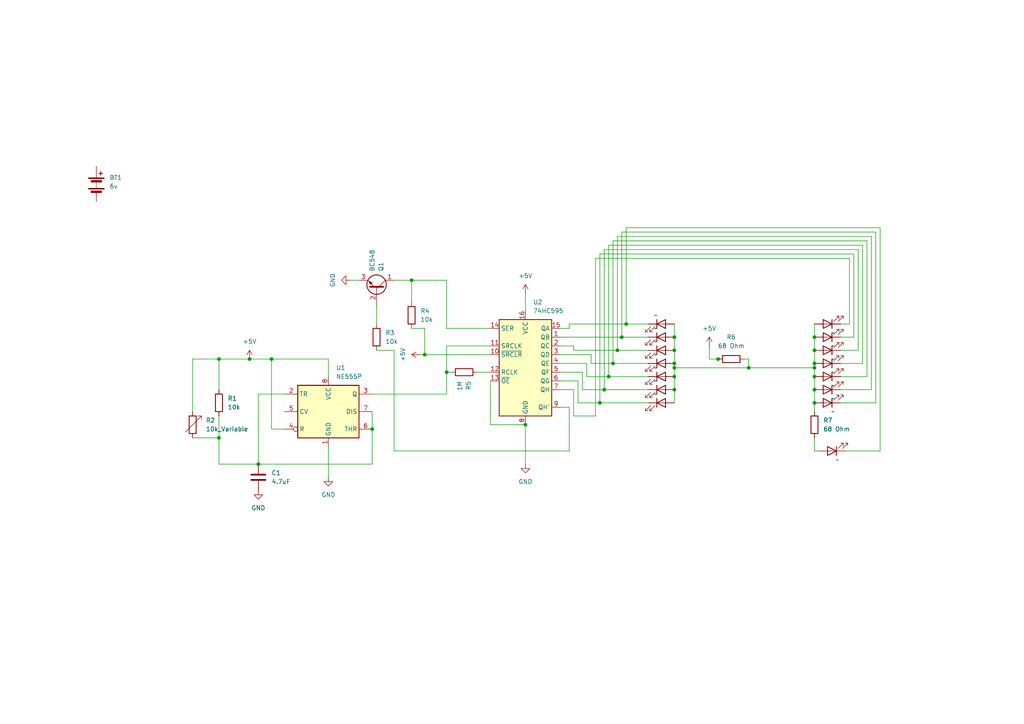
<source format=kicad_sch>
(kicad_sch (version 20231120) (generator "eeschema") (generator_version "8.0")
  (paper "A4")
  (lib_symbols
    (symbol "74xx:74HC595"
      (property "Reference" "U" (at -7.62 13.97 0))
      (property "Value" "74HC595" (at -7.62 -16.51 0))
      (symbol "74HC595_1_0"
        (pin tri_state line (at 10.16 7.62 180) (length 2.54) (name "QB") (number "1"))
        (pin input line (at -10.16 2.54 0) (length 2.54) (name "~{SRCLR}") (number "10"))
        (pin input line (at -10.16 5.08 0) (length 2.54) (name "SRCLK") (number "11"))
        (pin input line (at -10.16 -2.54 0) (length 2.54) (name "RCLK") (number "12"))
        (pin input line (at -10.16 -5.08 0) (length 2.54) (name "~{OE}") (number "13"))
        (pin input line (at -10.16 10.16 0) (length 2.54) (name "SER") (number "14"))
        (pin tri_state line (at 10.16 10.16 180) (length 2.54) (name "QA") (number "15"))
        (pin power_in line (at 0 15.24 270) (length 2.54) (name "VCC") (number "16"))
        (pin tri_state line (at 10.16 5.08 180) (length 2.54) (name "QC") (number "2"))
        (pin tri_state line (at 10.16 2.54 180) (length 2.54) (name "QD") (number "3"))
        (pin tri_state line (at 10.16 0 180) (length 2.54) (name "QE") (number "4"))
        (pin tri_state line (at 10.16 -2.54 180) (length 2.54) (name "QF") (number "5"))
        (pin tri_state line (at 10.16 -5.08 180) (length 2.54) (name "QG") (number "6"))
        (pin tri_state line (at 10.16 -7.62 180) (length 2.54) (name "QH") (number "7"))
        (pin power_in line (at 0 -17.78 90) (length 2.54) (name "GND") (number "8"))
        (pin output line (at 10.16 -12.7 180) (length 2.54) (name "QH'") (number "9"))
      )
      (symbol "74HC595_1_1"
        (rectangle (start -7.62 12.7) (end 7.62 -15.24) (stroke (width 0.254)) (fill (type background)))
      )
    )
    (symbol "Device:Battery" (pin_numbers hide) (pin_names (offset 0) hide)
      (property "Reference" "BT" (at 2.54 2.54 0))
      (property "Value" "Battery" (at 2.54 0 0))
      (symbol "Battery_0_1"
        (rectangle (start -2.286 -1.27) (end 2.286 -1.524) (fill (type outline)))
        (rectangle (start -2.286 1.778) (end 2.286 1.524) (fill (type outline)))
        (rectangle (start -1.524 -2.032) (end 1.524 -2.54) (fill (type outline)))
        (rectangle (start -1.524 1.016) (end 1.524 0.508) (fill (type outline)))
        (polyline (pts (xy 0 -1.016) (xy 0 -0.762)))
        (polyline (pts (xy 0 -0.508) (xy 0 -0.254)))
        (polyline (pts (xy 0 0) (xy 0 0.254)))
        (polyline (pts (xy 0 1.778) (xy 0 2.54)))
        (polyline (pts (xy 0.762 3.048) (xy 1.778 3.048)) (stroke (width 0.254)))
        (polyline (pts (xy 1.27 3.556) (xy 1.27 2.54)) (stroke (width 0.254)))
      )
      (symbol "Battery_1_1"
        (pin passive line (at 0 5.08 270) (length 2.54) (name "+") (number "1"))
        (pin passive line (at 0 -5.08 90) (length 2.54) (name "-") (number "2"))
      )
    )
    (symbol "Device:C" (pin_numbers hide) (pin_names (offset 0.254))
      (property "Reference" "C" (at 0.635 2.54 0))
      (property "Value" "C" (at 0.635 -2.54 0))
      (symbol "C_0_1"
        (polyline (pts (xy -2.032 -0.762) (xy 2.032 -0.762)) (stroke (width 0.508)))
        (polyline (pts (xy -2.032 0.762) (xy 2.032 0.762)) (stroke (width 0.508)))
      )
      (symbol "C_1_1"
        (pin passive line (at 0 3.81 270) (length 2.794) (name "~") (number "1"))
        (pin passive line (at 0 -3.81 90) (length 2.794) (name "~") (number "2"))
      )
    )
    (symbol "Device:LED" (pin_numbers hide) (pin_names (offset 1.016) hide)
      (property "Reference" "D" (at 0 2.54 0))
      (property "Value" "LED" (at 0 -2.54 0))
      (symbol "LED_0_1"
        (polyline (pts (xy -1.27 -1.27) (xy -1.27 1.27)) (stroke (width 0.254)))
        (polyline (pts (xy -1.27 0) (xy 1.27 0)))
        (polyline (pts (xy 1.27 -1.27) (xy 1.27 1.27) (xy -1.27 0) (xy 1.27 -1.27)) (stroke (width 0.254)))
        (polyline (pts (xy -3.048 -0.762) (xy -4.572 -2.286) (xy -3.81 -2.286) (xy -4.572 -2.286) (xy -4.572 -1.524)))
        (polyline (pts (xy -1.778 -0.762) (xy -3.302 -2.286) (xy -2.54 -2.286) (xy -3.302 -2.286) (xy -3.302 -1.524)))
      )
      (symbol "LED_1_1"
        (pin passive line (at -3.81 0 0) (length 2.54) (name "K") (number "1"))
        (pin passive line (at 3.81 0 180) (length 2.54) (name "A") (number "2"))
      )
    )
    (symbol "Device:R" (pin_numbers hide) (pin_names (offset 0))
      (property "Reference" "R" (at 2.032 0 90))
      (property "Value" "R" (at 0 0 90))
      (symbol "R_0_1"
        (rectangle (start -1.016 -2.54) (end 1.016 2.54) (stroke (width 0.254)))
      )
      (symbol "R_1_1"
        (pin passive line (at 0 3.81 270) (length 1.27) (name "~") (number "1"))
        (pin passive line (at 0 -3.81 90) (length 1.27) (name "~") (number "2"))
      )
    )
    (symbol "Device:R_Variable" (pin_numbers hide) (pin_names (offset 0))
      (property "Reference" "R" (at 2.54 -2.54 90))
      (property "Value" "R_Variable" (at -2.54 -1.27 90))
      (symbol "R_Variable_0_1"
        (rectangle (start -1.016 -2.54) (end 1.016 2.54) (stroke (width 0.254)))
        (polyline (pts (xy 2.54 1.524) (xy 2.54 2.54) (xy 1.524 2.54) (xy 2.54 2.54) (xy -2.032 -2.032)))
      )
      (symbol "R_Variable_1_1"
        (pin passive line (at 0 3.81 270) (length 1.27) (name "~") (number "1"))
        (pin passive line (at 0 -3.81 90) (length 1.27) (name "~") (number "2"))
      )
    )
    (symbol "Timer:NE555P"
      (property "Reference" "U" (at -10.16 8.89 0))
      (property "Value" "NE555P" (at 2.54 8.89 0))
      (symbol "NE555P_0_0"
        (pin power_in line (at 0 -10.16 90) (length 2.54) (name "GND") (number "1"))
        (pin power_in line (at 0 10.16 270) (length 2.54) (name "VCC") (number "8"))
      )
      (symbol "NE555P_0_1"
        (rectangle (start -8.89 -7.62) (end 8.89 7.62) (stroke (width 0.254)) (fill (type background)))
        (rectangle (start -8.89 -7.62) (end 8.89 7.62) (stroke (width 0.254)) (fill (type background)))
      )
      (symbol "NE555P_1_1"
        (pin input line (at -12.7 5.08 0) (length 3.81) (name "TR") (number "2"))
        (pin output line (at 12.7 5.08 180) (length 3.81) (name "Q") (number "3"))
        (pin input inverted (at -12.7 -5.08 0) (length 3.81) (name "R") (number "4"))
        (pin input line (at -12.7 0 0) (length 3.81) (name "CV") (number "5"))
        (pin input line (at 12.7 -5.08 180) (length 3.81) (name "THR") (number "6"))
        (pin input line (at 12.7 0 180) (length 3.81) (name "DIS") (number "7"))
      )
    )
    (symbol "Transistor_BJT:BC548" (pin_names (offset 0) hide)
      (property "Reference" "Q" (at 5.08 1.905 0))
      (property "Value" "BC548" (at 5.08 0 0))
      (symbol "BC548_0_1"
        (polyline (pts (xy 0 0) (xy 0.635 0)))
        (polyline (pts (xy 0.635 0.635) (xy 2.54 2.54)))
        (polyline (pts (xy 0.635 -0.635) (xy 2.54 -2.54) (xy 2.54 -2.54)))
        (polyline (pts (xy 0.635 1.905) (xy 0.635 -1.905) (xy 0.635 -1.905)) (stroke (width 0.508)))
        (polyline (pts (xy 1.27 -1.778) (xy 1.778 -1.27) (xy 2.286 -2.286) (xy 1.27 -1.778) (xy 1.27 -1.778)) (fill (type outline)))
        (circle (center 1.27 0) (radius 2.8194) (stroke (width 0.254)))
      )
      (symbol "BC548_1_1"
        (pin passive line (at 2.54 5.08 270) (length 2.54) (name "C") (number "1"))
        (pin input line (at -5.08 0 0) (length 5.08) (name "B") (number "2"))
        (pin passive line (at 2.54 -5.08 90) (length 2.54) (name "E") (number "3"))
      )
    )
    (symbol "power:+5V" (power) (pin_numbers hide) (pin_names (offset 0) hide)
      (property "Value" "+5V" (at 0 3.556 0))
      (symbol "+5V_0_1"
        (polyline (pts (xy -0.762 1.27) (xy 0 2.54)))
        (polyline (pts (xy 0 0) (xy 0 2.54)))
        (polyline (pts (xy 0 2.54) (xy 0.762 1.27)))
      )
      (symbol "+5V_1_1"
        (pin power_in line (at 0 0 90) (length 0) (name "~") (number "1"))
      )
    )
    (symbol "power:GND" (power) (pin_numbers hide) (pin_names (offset 0) hide)
      (property "Value" "GND" (at 0 -3.81 0))
      (symbol "GND_0_1"
        (polyline (pts (xy 0 0) (xy 0 -1.27) (xy 1.27 -1.27) (xy 0 -2.54) (xy -1.27 -1.27) (xy 0 -1.27)))
      )
      (symbol "GND_1_1"
        (pin power_in line (at 0 0 270) (length 0) (name "~") (number "1"))
      )
    )
  )
  (junction (at 63.5 104.14))
  (junction (at 123.19 102.87))
  (junction (at 176.53 109.22))
  (junction (at 236.22 105.41))
  (junction (at 175.26 113.03))
  (junction (at 181.61 93.98))
  (junction (at 208.28 104.14))
  (junction (at 63.5 127))
  (junction (at 74.93 134.62))
  (junction (at 72.39 104.14))
  (junction (at 152.4 123.19))
  (junction (at 177.8 105.41))
  (junction (at 236.22 106.68))
  (junction (at 195.58 97.79))
  (junction (at 236.22 116.84))
  (junction (at 119.38 81.28))
  (junction (at 217.17 106.68))
  (junction (at 195.58 101.6))
  (junction (at 236.22 97.79))
  (junction (at 236.22 109.22))
  (junction (at 195.58 113.03))
  (junction (at 236.22 113.03))
  (junction (at 195.58 105.41))
  (junction (at 180.34 97.79))
  (junction (at 173.99 116.84))
  (junction (at 195.58 109.22))
  (junction (at 195.58 106.68))
  (junction (at 236.22 101.6))
  (junction (at 78.74 104.14))
  (junction (at 179.07 101.6))
  (junction (at 107.95 124.46))
  (junction (at 129.54 107.95))
  (wire (pts (xy 152.4 123.19) (xy 152.4 134.62)))
  (wire (pts (xy 177.8 69.85) (xy 251.46 69.85)))
  (wire (pts (xy 243.84 101.6) (xy 248.92 101.6)))
  (wire (pts (xy 248.92 101.6) (xy 248.92 72.39)))
  (wire (pts (xy 181.61 66.04) (xy 181.61 93.98)))
  (wire (pts (xy 142.24 110.49) (xy 142.24 123.19)))
  (wire (pts (xy 217.17 106.68) (xy 236.22 106.68)))
  (wire (pts (xy 195.58 93.98) (xy 195.58 97.79)))
  (wire (pts (xy 138.43 107.95) (xy 142.24 107.95)))
  (wire (pts (xy 195.58 106.68) (xy 195.58 109.22)))
  (wire (pts (xy 236.22 127) (xy 236.22 130.81)))
  (wire (pts (xy 114.3 130.81) (xy 165.1 130.81)))
  (wire (pts (xy 180.34 67.31) (xy 180.34 97.79)))
  (wire (pts (xy 95.25 138.43) (xy 95.25 129.54)))
  (wire (pts (xy 168.91 107.95) (xy 168.91 113.03)))
  (wire (pts (xy 129.54 114.3) (xy 129.54 107.95)))
  (wire (pts (xy 162.56 107.95) (xy 168.91 107.95)))
  (wire (pts (xy 109.22 101.6) (xy 114.3 101.6)))
  (wire (pts (xy 142.24 123.19) (xy 152.4 123.19)))
  (wire (pts (xy 243.84 105.41) (xy 250.19 105.41)))
  (wire (pts (xy 205.74 100.33) (xy 205.74 104.14)))
  (wire (pts (xy 55.88 104.14) (xy 63.5 104.14)))
  (wire (pts (xy 179.07 101.6) (xy 187.96 101.6)))
  (wire (pts (xy 236.22 113.03) (xy 236.22 116.84)))
  (wire (pts (xy 78.74 104.14) (xy 95.25 104.14)))
  (wire (pts (xy 119.38 81.28) (xy 129.54 81.28)))
  (wire (pts (xy 162.56 113.03) (xy 166.37 113.03)))
  (wire (pts (xy 95.25 104.14) (xy 95.25 109.22)))
  (wire (pts (xy 63.5 134.62) (xy 74.93 134.62)))
  (wire (pts (xy 142.24 102.87) (xy 123.19 102.87)))
  (wire (pts (xy 167.64 116.84) (xy 173.99 116.84)))
  (wire (pts (xy 247.65 97.79) (xy 247.65 73.66)))
  (wire (pts (xy 251.46 109.22) (xy 251.46 69.85)))
  (wire (pts (xy 162.56 110.49) (xy 167.64 110.49)))
  (wire (pts (xy 121.92 102.87) (xy 123.19 102.87)))
  (wire (pts (xy 168.91 113.03) (xy 175.26 113.03)))
  (wire (pts (xy 243.84 109.22) (xy 251.46 109.22)))
  (wire (pts (xy 114.3 81.28) (xy 119.38 81.28)))
  (wire (pts (xy 236.22 109.22) (xy 236.22 113.03)))
  (wire (pts (xy 129.54 100.33) (xy 142.24 100.33)))
  (wire (pts (xy 236.22 130.81) (xy 237.49 130.81)))
  (wire (pts (xy 176.53 71.12) (xy 176.53 109.22)))
  (wire (pts (xy 172.72 74.93) (xy 172.72 120.65)))
  (wire (pts (xy 152.4 85.09) (xy 152.4 90.17)))
  (wire (pts (xy 129.54 107.95) (xy 129.54 100.33)))
  (wire (pts (xy 180.34 67.31) (xy 254 67.31)))
  (wire (pts (xy 63.5 134.62) (xy 63.5 127)))
  (wire (pts (xy 63.5 113.03) (xy 63.5 104.14)))
  (wire (pts (xy 176.53 109.22) (xy 187.96 109.22)))
  (wire (pts (xy 236.22 106.68) (xy 236.22 109.22)))
  (wire (pts (xy 195.58 113.03) (xy 195.58 116.84)))
  (wire (pts (xy 243.84 93.98) (xy 246.38 93.98)))
  (wire (pts (xy 175.26 113.03) (xy 187.96 113.03)))
  (wire (pts (xy 180.34 97.79) (xy 187.96 97.79)))
  (wire (pts (xy 72.39 104.14) (xy 78.74 104.14)))
  (wire (pts (xy 179.07 68.58) (xy 179.07 101.6)))
  (wire (pts (xy 63.5 120.65) (xy 63.5 127)))
  (wire (pts (xy 173.99 116.84) (xy 187.96 116.84)))
  (wire (pts (xy 195.58 109.22) (xy 195.58 113.03)))
  (wire (pts (xy 252.73 113.03) (xy 252.73 68.58)))
  (wire (pts (xy 166.37 100.33) (xy 166.37 101.6)))
  (wire (pts (xy 170.18 109.22) (xy 176.53 109.22)))
  (wire (pts (xy 165.1 130.81) (xy 165.1 118.11)))
  (wire (pts (xy 162.56 102.87) (xy 171.45 102.87)))
  (wire (pts (xy 119.38 87.63) (xy 119.38 81.28)))
  (wire (pts (xy 63.5 127) (xy 55.88 127)))
  (wire (pts (xy 107.95 114.3) (xy 129.54 114.3)))
  (wire (pts (xy 173.99 73.66) (xy 173.99 116.84)))
  (wire (pts (xy 243.84 113.03) (xy 252.73 113.03)))
  (wire (pts (xy 165.1 118.11) (xy 162.56 118.11)))
  (wire (pts (xy 129.54 107.95) (xy 130.81 107.95)))
  (wire (pts (xy 250.19 105.41) (xy 250.19 71.12)))
  (wire (pts (xy 107.95 134.62) (xy 107.95 124.46)))
  (wire (pts (xy 243.84 97.79) (xy 247.65 97.79)))
  (wire (pts (xy 170.18 105.41) (xy 170.18 109.22)))
  (wire (pts (xy 162.56 95.25) (xy 165.1 95.25)))
  (wire (pts (xy 162.56 105.41) (xy 170.18 105.41)))
  (wire (pts (xy 195.58 106.68) (xy 217.17 106.68)))
  (wire (pts (xy 74.93 134.62) (xy 74.93 114.3)))
  (wire (pts (xy 236.22 97.79) (xy 236.22 101.6)))
  (wire (pts (xy 181.61 66.04) (xy 255.27 66.04)))
  (wire (pts (xy 162.56 97.79) (xy 180.34 97.79)))
  (wire (pts (xy 179.07 68.58) (xy 252.73 68.58)))
  (wire (pts (xy 243.84 116.84) (xy 254 116.84)))
  (wire (pts (xy 107.95 119.38) (xy 107.95 124.46)))
  (wire (pts (xy 109.22 88.9) (xy 109.22 93.98)))
  (wire (pts (xy 63.5 104.14) (xy 72.39 104.14)))
  (wire (pts (xy 246.38 93.98) (xy 246.38 74.93)))
  (wire (pts (xy 177.8 69.85) (xy 177.8 105.41)))
  (wire (pts (xy 129.54 81.28) (xy 129.54 95.25)))
  (wire (pts (xy 195.58 105.41) (xy 195.58 106.68)))
  (wire (pts (xy 195.58 101.6) (xy 195.58 105.41)))
  (wire (pts (xy 74.93 134.62) (xy 107.95 134.62)))
  (wire (pts (xy 215.9 104.14) (xy 217.17 104.14)))
  (wire (pts (xy 172.72 74.93) (xy 246.38 74.93)))
  (wire (pts (xy 173.99 73.66) (xy 247.65 73.66)))
  (wire (pts (xy 123.19 95.25) (xy 123.19 102.87)))
  (wire (pts (xy 167.64 110.49) (xy 167.64 116.84)))
  (wire (pts (xy 217.17 104.14) (xy 217.17 106.68)))
  (wire (pts (xy 78.74 124.46) (xy 82.55 124.46)))
  (wire (pts (xy 162.56 100.33) (xy 166.37 100.33)))
  (wire (pts (xy 129.54 95.25) (xy 142.24 95.25)))
  (wire (pts (xy 74.93 114.3) (xy 82.55 114.3)))
  (wire (pts (xy 176.53 71.12) (xy 250.19 71.12)))
  (wire (pts (xy 177.8 105.41) (xy 187.96 105.41)))
  (wire (pts (xy 208.28 104.14) (xy 209.55 104.14)))
  (wire (pts (xy 165.1 93.98) (xy 181.61 93.98)))
  (wire (pts (xy 236.22 116.84) (xy 236.22 119.38)))
  (wire (pts (xy 181.61 93.98) (xy 187.96 93.98)))
  (wire (pts (xy 166.37 120.65) (xy 172.72 120.65)))
  (wire (pts (xy 55.88 119.38) (xy 55.88 104.14)))
  (wire (pts (xy 236.22 101.6) (xy 236.22 105.41)))
  (wire (pts (xy 171.45 102.87) (xy 171.45 105.41)))
  (wire (pts (xy 101.6 81.28) (xy 104.14 81.28)))
  (wire (pts (xy 171.45 105.41) (xy 177.8 105.41)))
  (wire (pts (xy 195.58 97.79) (xy 195.58 101.6)))
  (wire (pts (xy 175.26 72.39) (xy 175.26 113.03)))
  (wire (pts (xy 114.3 101.6) (xy 114.3 130.81)))
  (wire (pts (xy 175.26 72.39) (xy 248.92 72.39)))
  (wire (pts (xy 254 116.84) (xy 254 67.31)))
  (wire (pts (xy 205.74 104.14) (xy 208.28 104.14)))
  (wire (pts (xy 166.37 113.03) (xy 166.37 120.65)))
  (wire (pts (xy 166.37 101.6) (xy 179.07 101.6)))
  (wire (pts (xy 165.1 95.25) (xy 165.1 93.98)))
  (wire (pts (xy 236.22 93.98) (xy 236.22 97.79)))
  (wire (pts (xy 123.19 95.25) (xy 119.38 95.25)))
  (wire (pts (xy 236.22 105.41) (xy 236.22 106.68)))
  (wire (pts (xy 255.27 130.81) (xy 255.27 66.04)))
  (wire (pts (xy 245.11 130.81) (xy 255.27 130.81)))
  (wire (pts (xy 78.74 104.14) (xy 78.74 124.46)))
  (symbol (lib_id "Device:R") (at 109.22 97.79 0) (unit 1)
    (property "Reference" "R3" (at 111.76 96.5199 0) (effects (justify left)))
    (property "Value" "10k" (at 111.76 99.0599 0) (effects (justify left)))
    (property "Description" "Resistor" (effects (hide yes)))
  )
  (symbol (lib_id "Device:LED") (at 240.03 93.98 180) (unit 1)
    (property "Reference" "D25" (effects (hide yes)))
    (property "Value" "~" (at 241.6175 96.52 0))
    (property "Description" "Light emitting diode" (effects (hide yes)))
  )
  (symbol (lib_id "Transistor_BJT:BC548") (at 109.22 83.82 270) (mirror x) (unit 1)
    (property "Reference" "Q1" (at 110.4901 78.74 0) (effects (justify left)))
    (property "Value" "BC548" (at 107.9501 78.74 0) (effects (justify left)))
    (property "Footprint" "Package_TO_SOT_THT:TO-92_Inline" (effects (hide yes)))
    (property "Datasheet" "https://www.onsemi.com/pub/Collateral/BC550-D.pdf" (effects (hide yes)))
    (property "Description" "0.1A Ic, 30V Vce, Small Signal NPN Transistor, TO-92" (effects (hide yes)))
  )
  (symbol (lib_id "Device:R") (at 212.09 104.14 270) (unit 1)
    (property "Reference" "R6" (at 212.09 97.79 90))
    (property "Value" "68 Ohm" (at 212.09 100.33 90))
    (property "Description" "Resistor" (effects (hide yes)))
  )
  (symbol (lib_id "Device:Battery") (at 27.94 53.34 0) (unit 1)
    (property "Reference" "BT1" (at 31.75 51.4984 0) (effects (justify left)))
    (property "Value" "6v" (at 31.75 54.0384 0) (effects (justify left)))
    (property "Description" "Multiple-cell battery" (effects (hide yes)))
  )
  (symbol (lib_id "Device:R") (at 236.22 123.19 0) (unit 1)
    (property "Reference" "R7" (at 238.76 121.9199 0) (effects (justify left)))
    (property "Value" "68 Ohm" (at 238.76 124.4599 0) (effects (justify left)))
    (property "Description" "Resistor" (effects (hide yes)))
  )
  (symbol (lib_id "Device:R") (at 63.5 116.84 0) (unit 1)
    (property "Reference" "R1" (at 66.04 115.5699 0) (effects (justify left)))
    (property "Value" "10k" (at 66.04 118.1099 0) (effects (justify left)))
    (property "Description" "Resistor" (effects (hide yes)))
  )
  (symbol (lib_id "Device:LED") (at 240.03 113.03 180) (unit 1)
    (property "Reference" "D30" (effects (hide yes)))
    (property "Value" "~" (at 241.6175 115.57 0))
    (property "Description" "Light emitting diode" (effects (hide yes)))
  )
  (symbol (lib_id "power:+5V") (at 121.92 102.87 90) (unit 1)
    (property "Reference" "#PWR03" (effects (hide yes)))
    (property "Value" "+5V" (at 116.84 102.87 0))
    (property "Description" "Power symbol creates a global label with name \"+5V\"" (effects (hide yes)))
  )
  (symbol (lib_id "Device:LED") (at 191.77 105.41 0) (unit 1)
    (property "Reference" "D4" (effects (hide yes)))
    (property "Value" "~" (at 190.1825 102.87 0))
    (property "Description" "Light emitting diode" (effects (hide yes)))
  )
  (symbol (lib_id "power:GND") (at 95.25 138.43 0) (unit 1)
    (property "Reference" "#PWR06" (effects (hide yes)))
    (property "Value" "GND" (at 95.25 143.51 0))
    (property "Description" "Power symbol creates a global label with name \"GND\" , ground" (effects (hide yes)))
  )
  (symbol (lib_id "Device:C") (at 74.93 138.43 0) (unit 1)
    (property "Reference" "C1" (at 78.74 137.1599 0) (effects (justify left)))
    (property "Value" "4.7uF" (at 78.74 139.6999 0) (effects (justify left)))
    (property "Description" "Unpolarized capacitor" (effects (hide yes)))
  )
  (symbol (lib_id "power:GND") (at 74.93 142.24 0) (unit 1)
    (property "Reference" "#PWR05" (effects (hide yes)))
    (property "Value" "GND" (at 74.93 147.32 0))
    (property "Description" "Power symbol creates a global label with name \"GND\" , ground" (effects (hide yes)))
  )
  (symbol (lib_id "Device:LED") (at 191.77 113.03 0) (unit 1)
    (property "Reference" "D6" (effects (hide yes)))
    (property "Value" "~" (at 190.1825 110.49 0))
    (property "Description" "Light emitting diode" (effects (hide yes)))
  )
  (symbol (lib_id "74xx:74HC595") (at 152.4 105.41 0) (unit 1)
    (property "Reference" "U2" (at 154.5941 87.63 0) (effects (justify left)))
    (property "Value" "74HC595" (at 154.5941 90.17 0) (effects (justify left)))
    (property "Datasheet" "http://www.ti.com/lit/ds/symlink/sn74hc595.pdf" (effects (hide yes)))
    (property "Description" "8-bit serial in/out Shift Register 3-State Outputs" (effects (hide yes)))
  )
  (symbol (lib_id "Device:LED") (at 191.77 116.84 0) (unit 1)
    (property "Reference" "D7" (effects (hide yes)))
    (property "Value" "~" (at 190.1825 114.3 0))
    (property "Description" "Light emitting diode" (effects (hide yes)))
  )
  (symbol (lib_id "Device:LED") (at 191.77 97.79 0) (unit 1)
    (property "Reference" "D2" (effects (hide yes)))
    (property "Value" "~" (at 190.1825 95.25 0))
    (property "Description" "Light emitting diode" (effects (hide yes)))
  )
  (symbol (lib_id "power:GND") (at 152.4 134.62 0) (unit 1)
    (property "Reference" "#PWR07" (effects (hide yes)))
    (property "Value" "GND" (at 152.4 139.7 0))
    (property "Description" "Power symbol creates a global label with name \"GND\" , ground" (effects (hide yes)))
  )
  (symbol (lib_id "Device:R") (at 134.62 107.95 270) (unit 1)
    (property "Reference" "R5" (at 135.8901 110.49 0) (effects (justify left)))
    (property "Value" "1M" (at 133.3501 110.49 0) (effects (justify left)))
    (property "Description" "Resistor" (effects (hide yes)))
  )
  (symbol (lib_id "Device:LED") (at 241.3 130.81 180) (unit 1)
    (property "Reference" "D32" (effects (hide yes)))
    (property "Value" "~" (at 242.8875 133.35 0))
    (property "Description" "Light emitting diode" (effects (hide yes)))
  )
  (symbol (lib_id "Timer:NE555P") (at 95.25 119.38 0) (unit 1)
    (property "Reference" "U1" (at 97.4441 106.68 0) (effects (justify left)))
    (property "Value" "NE555P" (at 97.4441 109.22 0) (effects (justify left)))
    (property "Footprint" "Package_DIP:DIP-8_W7.62mm" (effects (hide yes)))
    (property "Datasheet" "http://www.ti.com/lit/ds/symlink/ne555.pdf" (effects (hide yes)))
    (property "Description" "Precision Timers, 555 compatible,  PDIP-8" (effects (hide yes)))
  )
  (symbol (lib_id "Device:LED") (at 191.77 101.6 0) (unit 1)
    (property "Reference" "D3" (effects (hide yes)))
    (property "Value" "~" (at 190.1825 99.06 0))
    (property "Description" "Light emitting diode" (effects (hide yes)))
  )
  (symbol (lib_id "Device:LED") (at 191.77 109.22 0) (unit 1)
    (property "Reference" "D5" (effects (hide yes)))
    (property "Value" "~" (at 190.1825 106.68 0))
    (property "Description" "Light emitting diode" (effects (hide yes)))
  )
  (symbol (lib_id "Device:LED") (at 240.03 101.6 180) (unit 1)
    (property "Reference" "D27" (effects (hide yes)))
    (property "Value" "~" (at 241.6175 104.14 0))
    (property "Description" "Light emitting diode" (effects (hide yes)))
  )
  (symbol (lib_id "Device:LED") (at 240.03 116.84 180) (unit 1)
    (property "Reference" "D31" (effects (hide yes)))
    (property "Value" "~" (at 241.6175 119.38 0))
    (property "Description" "Light emitting diode" (effects (hide yes)))
  )
  (symbol (lib_id "Device:LED") (at 240.03 109.22 180) (unit 1)
    (property "Reference" "D29" (effects (hide yes)))
    (property "Value" "~" (at 241.6175 111.76 0))
    (property "Description" "Light emitting diode" (effects (hide yes)))
  )
  (symbol (lib_id "Device:R_Variable") (at 55.88 123.19 0) (unit 1)
    (property "Reference" "R2" (at 59.69 121.9199 0) (effects (justify left)))
    (property "Value" "10k_Variable" (at 59.69 124.4599 0) (effects (justify left)))
    (property "Description" "Variable resistor" (effects (hide yes)))
  )
  (symbol (lib_id "power:GND") (at 101.6 81.28 270) (unit 1)
    (property "Reference" "#PWR08" (effects (hide yes)))
    (property "Value" "GND" (at 96.52 81.28 0))
    (property "Description" "Power symbol creates a global label with name \"GND\" , ground" (effects (hide yes)))
  )
  (symbol (lib_id "Device:LED") (at 240.03 105.41 180) (unit 1)
    (property "Reference" "D28" (effects (hide yes)))
    (property "Value" "~" (at 241.6175 107.95 0))
    (property "Description" "Light emitting diode" (effects (hide yes)))
  )
  (symbol (lib_id "Device:R") (at 119.38 91.44 0) (unit 1)
    (property "Reference" "R4" (at 121.92 90.1699 0) (effects (justify left)))
    (property "Value" "10k" (at 121.92 92.7099 0) (effects (justify left)))
    (property "Description" "Resistor" (effects (hide yes)))
  )
  (symbol (lib_id "power:+5V") (at 205.74 100.33 0) (unit 1)
    (property "Reference" "#PWR04" (effects (hide yes)))
    (property "Value" "+5V" (at 205.74 95.25 0))
    (property "Description" "Power symbol creates a global label with name \"+5V\"" (effects (hide yes)))
  )
  (symbol (lib_id "power:+5V") (at 152.4 85.09 0) (unit 1)
    (property "Reference" "#PWR01" (effects (hide yes)))
    (property "Value" "+5V" (at 152.4 80.01 0))
    (property "Description" "Power symbol creates a global label with name \"+5V\"" (effects (hide yes)))
  )
  (symbol (lib_id "Device:LED") (at 191.77 93.98 0) (unit 1)
    (property "Reference" "D1" (effects (hide yes)))
    (property "Value" "~" (at 190.1825 91.44 0))
    (property "Description" "Light emitting diode" (effects (hide yes)))
  )
  (symbol (lib_id "power:+5V") (at 72.39 104.14 0) (unit 1)
    (property "Reference" "#PWR02" (effects (hide yes)))
    (property "Value" "+5V" (at 72.39 99.06 0))
    (property "Description" "Power symbol creates a global label with name \"+5V\"" (effects (hide yes)))
  )
  (symbol (lib_id "Device:LED") (at 240.03 97.79 180) (unit 1)
    (property "Reference" "D26" (effects (hide yes)))
    (property "Value" "~" (at 241.6175 100.33 0))
    (property "Description" "Light emitting diode" (effects (hide yes)))
  )
)
</source>
